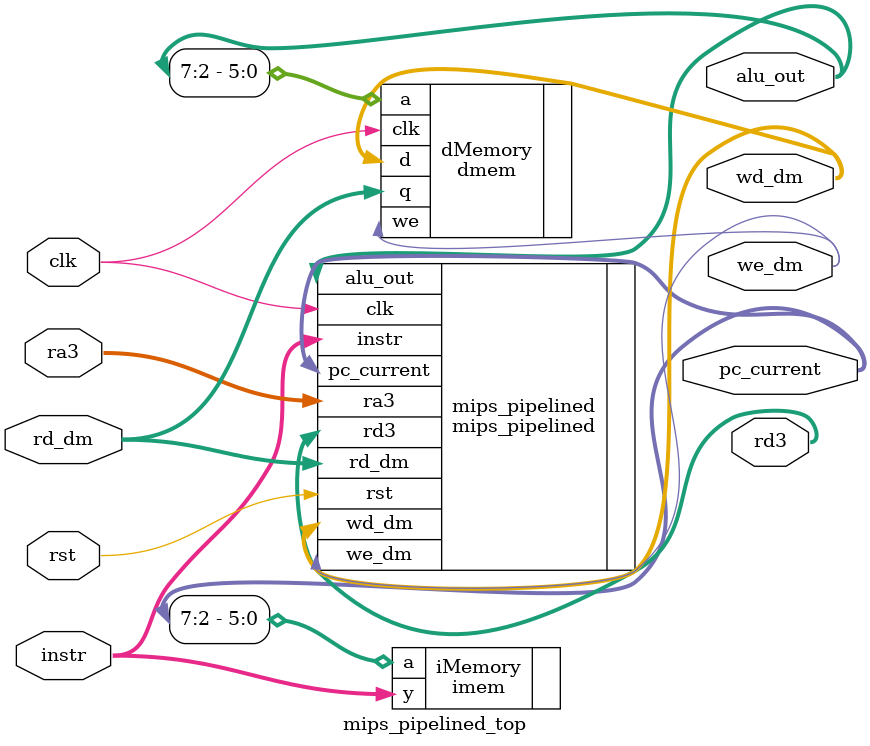
<source format=v>
`timescale 1ns / 1ps


module mips_pipelined_top(
        input wire clk,
        input wire rst,
        input  wire [4:0]  ra3,
        input  wire [31:0] instr,
        input  wire [31:0] rd_dm,
        output wire        we_dm,
        output wire [31:0] pc_current,
        output wire [31:0] alu_out,
        output wire [31:0] wd_dm,
        output wire [31:0] rd3
    );
    
    wire [31:0] DONT_USE;
    
    mips_pipelined mips_pipelined(
        .clk(clk),
        .rst(rst),
        .ra3(ra3),
        .we_dm(we_dm),
        .pc_current(pc_current),
        .instr(instr),
        .alu_out(alu_out),
        .wd_dm(wd_dm),
        .rd_dm(rd_dm),
        .rd3(rd3)
    );
    
    imem iMemory(
        .a(pc_current[7:2]),
        .y(instr)        
    );
    
    dmem dMemory(
        .clk(clk),
        .we(we_dm),
        .a(alu_out[7:2]),
        .d(wd_dm),
        .q(rd_dm)
    );
endmodule

</source>
